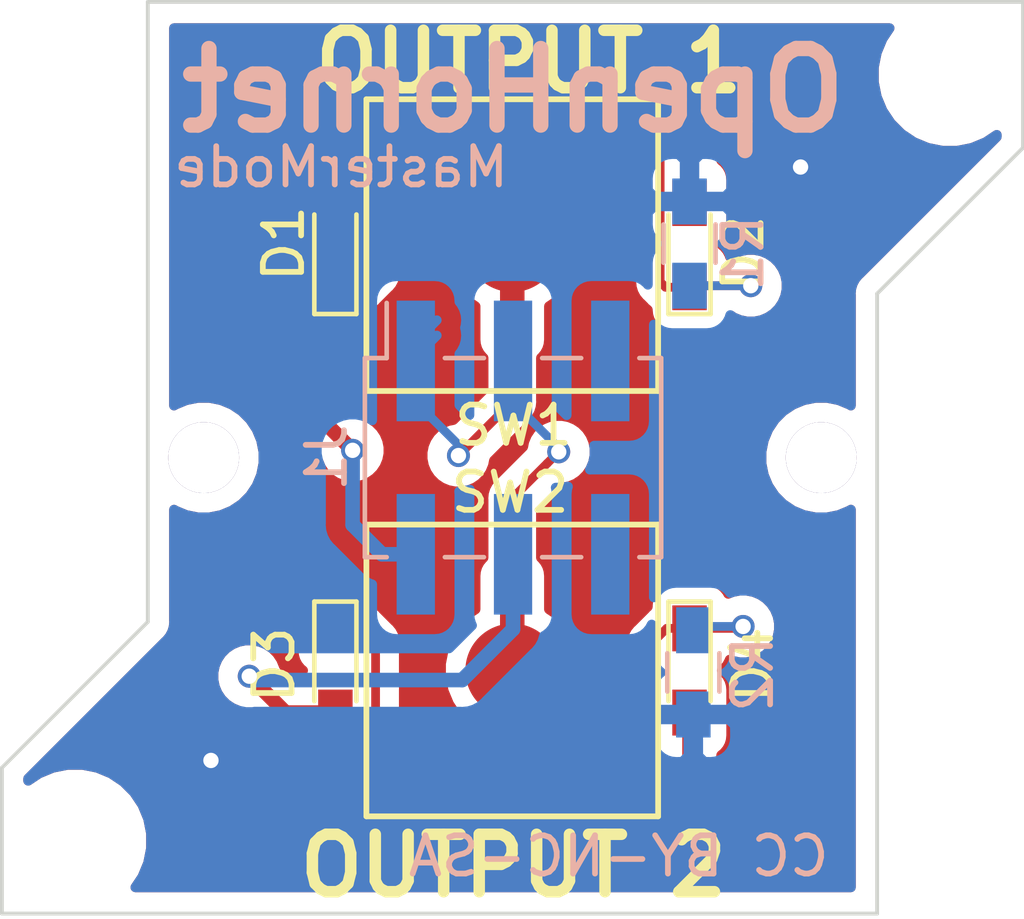
<source format=kicad_pcb>
(kicad_pcb (version 20171130) (host pcbnew "(5.1.4-0-10_14)")

  (general
    (thickness 1.6)
    (drawings 13)
    (tracks 75)
    (zones 0)
    (modules 15)
    (nets 8)
  )

  (page A4)
  (layers
    (0 F.Cu signal hide)
    (31 B.Cu signal hide)
    (32 B.Adhes user)
    (33 F.Adhes user)
    (34 B.Paste user)
    (35 F.Paste user)
    (36 B.SilkS user)
    (37 F.SilkS user)
    (38 B.Mask user hide)
    (39 F.Mask user hide)
    (40 Dwgs.User user)
    (41 Cmts.User user)
    (42 Eco1.User user)
    (43 Eco2.User user)
    (44 Edge.Cuts user)
    (45 Margin user)
    (46 B.CrtYd user hide)
    (47 F.CrtYd user hide)
    (48 B.Fab user hide)
    (49 F.Fab user hide)
  )

  (setup
    (last_trace_width 0.2286)
    (trace_clearance 0.1778)
    (zone_clearance 0.508)
    (zone_45_only no)
    (trace_min 0.2)
    (via_size 0.6)
    (via_drill 0.4)
    (via_min_size 0.4)
    (via_min_drill 0.3)
    (uvia_size 0.3)
    (uvia_drill 0.1)
    (uvias_allowed no)
    (uvia_min_size 0.2)
    (uvia_min_drill 0.1)
    (edge_width 0.15)
    (segment_width 0.2)
    (pcb_text_width 0.3)
    (pcb_text_size 1.5 1.5)
    (mod_edge_width 0.15)
    (mod_text_size 1 1)
    (mod_text_width 0.15)
    (pad_size 0.6 0.6)
    (pad_drill 0.4)
    (pad_to_mask_clearance 0.2)
    (aux_axis_origin 144.74648 106.74748)
    (grid_origin 144.74648 106.74748)
    (visible_elements 7FFFF7FF)
    (pcbplotparams
      (layerselection 0x010f0_ffffffff)
      (usegerberextensions false)
      (usegerberattributes false)
      (usegerberadvancedattributes false)
      (creategerberjobfile false)
      (excludeedgelayer true)
      (linewidth 0.100000)
      (plotframeref false)
      (viasonmask false)
      (mode 1)
      (useauxorigin false)
      (hpglpennumber 1)
      (hpglpenspeed 20)
      (hpglpendiameter 15.000000)
      (psnegative false)
      (psa4output false)
      (plotreference true)
      (plotvalue true)
      (plotinvisibletext false)
      (padsonsilk false)
      (subtractmaskfromsilk false)
      (outputformat 1)
      (mirror false)
      (drillshape 0)
      (scaleselection 1)
      (outputdirectory "manufacturing/"))
  )

  (net 0 "")
  (net 1 "Net-(D1-Pad1)")
  (net 2 /backlight_1)
  (net 3 /backlight_2)
  (net 4 GND)
  (net 5 "Net-(D3-Pad1)")
  (net 6 /switch1)
  (net 7 /switch2)

  (net_class Default "This is the default net class."
    (clearance 0.1778)
    (trace_width 0.2286)
    (via_dia 0.6)
    (via_drill 0.4)
    (uvia_dia 0.3)
    (uvia_drill 0.1)
    (add_net /switch1)
    (add_net /switch2)
    (add_net GND)
    (add_net "Net-(D1-Pad1)")
    (add_net "Net-(D3-Pad1)")
  )

  (net_class power ""
    (clearance 0.2032)
    (trace_width 0.381)
    (via_dia 0.6)
    (via_drill 0.4)
    (uvia_dia 0.3)
    (uvia_drill 0.1)
    (add_net /backlight_1)
    (add_net /backlight_2)
  )

  (module "KiCAD Libraries:via0.6" (layer F.Cu) (tedit 5A9A18B4) (tstamp 5A9A1888)
    (at 127.34648 102.74748)
    (fp_text reference REF** (at 0 0.5) (layer F.SilkS) hide
      (effects (font (size 1 1) (thickness 0.15)))
    )
    (fp_text value via0.6 (at 0 -0.5) (layer F.Fab) hide
      (effects (font (size 1 1) (thickness 0.15)))
    )
    (pad 1 thru_hole circle (at 0 0) (size 0.6 0.6) (drill 0.4) (layers *.Cu)
      (net 4 GND) (zone_connect 2))
  )

  (module Mouting_Hole_1.85mm locked (layer F.Cu) (tedit 5A7BD47A) (tstamp 5A7BD50C)
    (at 127.15648 94.83748 180)
    (fp_text reference REF** (at 0.54 1.88 180) (layer F.SilkS) hide
      (effects (font (size 1 1) (thickness 0.15)))
    )
    (fp_text value Mouting_Hole_1.85mm (at 0.32 1.73 180) (layer F.Fab) hide
      (effects (font (size 1 1) (thickness 0.15)))
    )
    (pad 1 thru_hole circle (at 0 0 180) (size 1.85 1.85) (drill 1.85) (layers *.Cu)
      (clearance 0.5) (zone_connect 0))
  )

  (module Mouting_Hole_1.85mm locked (layer F.Cu) (tedit 5A7BD47A) (tstamp 5A7BD4C0)
    (at 143.28648 94.83748 180)
    (fp_text reference REF** (at 0.54 1.88 180) (layer F.SilkS) hide
      (effects (font (size 1 1) (thickness 0.15)))
    )
    (fp_text value Mouting_Hole_1.85mm (at 0.32 1.73 180) (layer F.Fab) hide
      (effects (font (size 1 1) (thickness 0.15)))
    )
    (pad 1 thru_hole circle (at 0 0 180) (size 1.85 1.85) (drill 1.85) (layers *.Cu)
      (clearance 0.5) (zone_connect 0))
  )

  (module LEDs:LED_0603_HandSoldering (layer F.Cu) (tedit 595FC9C0) (tstamp 5A7BF9C2)
    (at 130.59648 89.28748 90)
    (descr "LED SMD 0603, hand soldering")
    (tags "LED 0603")
    (path /5A7BDB8B)
    (attr smd)
    (fp_text reference D1 (at 0.04 -1.35 90) (layer F.SilkS)
      (effects (font (size 1 1) (thickness 0.15)))
    )
    (fp_text value LED (at 0 1.55 90) (layer F.Fab)
      (effects (font (size 1 1) (thickness 0.15)))
    )
    (fp_line (start -1.8 -0.55) (end -1.8 0.55) (layer F.SilkS) (width 0.12))
    (fp_line (start -0.2 -0.2) (end -0.2 0.2) (layer F.Fab) (width 0.1))
    (fp_line (start -0.15 0) (end 0.15 -0.2) (layer F.Fab) (width 0.1))
    (fp_line (start 0.15 0.2) (end -0.15 0) (layer F.Fab) (width 0.1))
    (fp_line (start 0.15 -0.2) (end 0.15 0.2) (layer F.Fab) (width 0.1))
    (fp_line (start 0.8 0.4) (end -0.8 0.4) (layer F.Fab) (width 0.1))
    (fp_line (start 0.8 -0.4) (end 0.8 0.4) (layer F.Fab) (width 0.1))
    (fp_line (start -0.8 -0.4) (end 0.8 -0.4) (layer F.Fab) (width 0.1))
    (fp_line (start -1.8 0.55) (end 0.8 0.55) (layer F.SilkS) (width 0.12))
    (fp_line (start -1.8 -0.55) (end 0.8 -0.55) (layer F.SilkS) (width 0.12))
    (fp_line (start -1.96 -0.7) (end 1.95 -0.7) (layer F.CrtYd) (width 0.05))
    (fp_line (start -1.96 -0.7) (end -1.96 0.7) (layer F.CrtYd) (width 0.05))
    (fp_line (start 1.95 0.7) (end 1.95 -0.7) (layer F.CrtYd) (width 0.05))
    (fp_line (start 1.95 0.7) (end -1.96 0.7) (layer F.CrtYd) (width 0.05))
    (fp_line (start -0.8 -0.4) (end -0.8 0.4) (layer F.Fab) (width 0.1))
    (pad 1 smd rect (at -1.1 0 90) (size 1.2 0.9) (layers F.Cu F.Paste F.Mask)
      (net 1 "Net-(D1-Pad1)"))
    (pad 2 smd rect (at 1.1 0 90) (size 1.2 0.9) (layers F.Cu F.Paste F.Mask)
      (net 2 /backlight_1))
    (model ${KISYS3DMOD}/LEDs.3dshapes/LED_0603.wrl
      (at (xyz 0 0 0))
      (scale (xyz 1 1 1))
      (rotate (xyz 0 0 180))
    )
  )

  (module LEDs:LED_0603_HandSoldering (layer F.Cu) (tedit 595FC9C0) (tstamp 5A7BF9D7)
    (at 139.84648 89.28748 90)
    (descr "LED SMD 0603, hand soldering")
    (tags "LED 0603")
    (path /5A7BDE34)
    (attr smd)
    (fp_text reference D2 (at -0.21 1.4 90) (layer F.SilkS)
      (effects (font (size 1 1) (thickness 0.15)))
    )
    (fp_text value LED (at 0 1.55 90) (layer F.Fab)
      (effects (font (size 1 1) (thickness 0.15)))
    )
    (fp_line (start -1.8 -0.55) (end -1.8 0.55) (layer F.SilkS) (width 0.12))
    (fp_line (start -0.2 -0.2) (end -0.2 0.2) (layer F.Fab) (width 0.1))
    (fp_line (start -0.15 0) (end 0.15 -0.2) (layer F.Fab) (width 0.1))
    (fp_line (start 0.15 0.2) (end -0.15 0) (layer F.Fab) (width 0.1))
    (fp_line (start 0.15 -0.2) (end 0.15 0.2) (layer F.Fab) (width 0.1))
    (fp_line (start 0.8 0.4) (end -0.8 0.4) (layer F.Fab) (width 0.1))
    (fp_line (start 0.8 -0.4) (end 0.8 0.4) (layer F.Fab) (width 0.1))
    (fp_line (start -0.8 -0.4) (end 0.8 -0.4) (layer F.Fab) (width 0.1))
    (fp_line (start -1.8 0.55) (end 0.8 0.55) (layer F.SilkS) (width 0.12))
    (fp_line (start -1.8 -0.55) (end 0.8 -0.55) (layer F.SilkS) (width 0.12))
    (fp_line (start -1.96 -0.7) (end 1.95 -0.7) (layer F.CrtYd) (width 0.05))
    (fp_line (start -1.96 -0.7) (end -1.96 0.7) (layer F.CrtYd) (width 0.05))
    (fp_line (start 1.95 0.7) (end 1.95 -0.7) (layer F.CrtYd) (width 0.05))
    (fp_line (start 1.95 0.7) (end -1.96 0.7) (layer F.CrtYd) (width 0.05))
    (fp_line (start -0.8 -0.4) (end -0.8 0.4) (layer F.Fab) (width 0.1))
    (pad 1 smd rect (at -1.1 0 90) (size 1.2 0.9) (layers F.Cu F.Paste F.Mask)
      (net 1 "Net-(D1-Pad1)"))
    (pad 2 smd rect (at 1.1 0 90) (size 1.2 0.9) (layers F.Cu F.Paste F.Mask)
      (net 2 /backlight_1))
    (model ${KISYS3DMOD}/LEDs.3dshapes/LED_0603.wrl
      (at (xyz 0 0 0))
      (scale (xyz 1 1 1))
      (rotate (xyz 0 0 180))
    )
  )

  (module LEDs:LED_0603_HandSoldering (layer F.Cu) (tedit 595FC9C0) (tstamp 5A7BF9EC)
    (at 130.59648 100.39748 270)
    (descr "LED SMD 0603, hand soldering")
    (tags "LED 0603")
    (path /5A7BDE66)
    (attr smd)
    (fp_text reference D3 (at -0.15 1.6 270) (layer F.SilkS)
      (effects (font (size 1 1) (thickness 0.15)))
    )
    (fp_text value LED (at 0 1.55 270) (layer F.Fab)
      (effects (font (size 1 1) (thickness 0.15)))
    )
    (fp_line (start -1.8 -0.55) (end -1.8 0.55) (layer F.SilkS) (width 0.12))
    (fp_line (start -0.2 -0.2) (end -0.2 0.2) (layer F.Fab) (width 0.1))
    (fp_line (start -0.15 0) (end 0.15 -0.2) (layer F.Fab) (width 0.1))
    (fp_line (start 0.15 0.2) (end -0.15 0) (layer F.Fab) (width 0.1))
    (fp_line (start 0.15 -0.2) (end 0.15 0.2) (layer F.Fab) (width 0.1))
    (fp_line (start 0.8 0.4) (end -0.8 0.4) (layer F.Fab) (width 0.1))
    (fp_line (start 0.8 -0.4) (end 0.8 0.4) (layer F.Fab) (width 0.1))
    (fp_line (start -0.8 -0.4) (end 0.8 -0.4) (layer F.Fab) (width 0.1))
    (fp_line (start -1.8 0.55) (end 0.8 0.55) (layer F.SilkS) (width 0.12))
    (fp_line (start -1.8 -0.55) (end 0.8 -0.55) (layer F.SilkS) (width 0.12))
    (fp_line (start -1.96 -0.7) (end 1.95 -0.7) (layer F.CrtYd) (width 0.05))
    (fp_line (start -1.96 -0.7) (end -1.96 0.7) (layer F.CrtYd) (width 0.05))
    (fp_line (start 1.95 0.7) (end 1.95 -0.7) (layer F.CrtYd) (width 0.05))
    (fp_line (start 1.95 0.7) (end -1.96 0.7) (layer F.CrtYd) (width 0.05))
    (fp_line (start -0.8 -0.4) (end -0.8 0.4) (layer F.Fab) (width 0.1))
    (pad 1 smd rect (at -1.1 0 270) (size 1.2 0.9) (layers F.Cu F.Paste F.Mask)
      (net 5 "Net-(D3-Pad1)"))
    (pad 2 smd rect (at 1.1 0 270) (size 1.2 0.9) (layers F.Cu F.Paste F.Mask)
      (net 3 /backlight_2))
    (model ${KISYS3DMOD}/LEDs.3dshapes/LED_0603.wrl
      (at (xyz 0 0 0))
      (scale (xyz 1 1 1))
      (rotate (xyz 0 0 180))
    )
  )

  (module LEDs:LED_0603_HandSoldering (layer F.Cu) (tedit 595FC9C0) (tstamp 5A7BFA01)
    (at 139.84648 100.39748 270)
    (descr "LED SMD 0603, hand soldering")
    (tags "LED 0603")
    (path /5A7BDE93)
    (attr smd)
    (fp_text reference D4 (at -0.15 -1.65 270) (layer F.SilkS)
      (effects (font (size 1 1) (thickness 0.15)))
    )
    (fp_text value LED (at 0 1.55 270) (layer F.Fab)
      (effects (font (size 1 1) (thickness 0.15)))
    )
    (fp_line (start -1.8 -0.55) (end -1.8 0.55) (layer F.SilkS) (width 0.12))
    (fp_line (start -0.2 -0.2) (end -0.2 0.2) (layer F.Fab) (width 0.1))
    (fp_line (start -0.15 0) (end 0.15 -0.2) (layer F.Fab) (width 0.1))
    (fp_line (start 0.15 0.2) (end -0.15 0) (layer F.Fab) (width 0.1))
    (fp_line (start 0.15 -0.2) (end 0.15 0.2) (layer F.Fab) (width 0.1))
    (fp_line (start 0.8 0.4) (end -0.8 0.4) (layer F.Fab) (width 0.1))
    (fp_line (start 0.8 -0.4) (end 0.8 0.4) (layer F.Fab) (width 0.1))
    (fp_line (start -0.8 -0.4) (end 0.8 -0.4) (layer F.Fab) (width 0.1))
    (fp_line (start -1.8 0.55) (end 0.8 0.55) (layer F.SilkS) (width 0.12))
    (fp_line (start -1.8 -0.55) (end 0.8 -0.55) (layer F.SilkS) (width 0.12))
    (fp_line (start -1.96 -0.7) (end 1.95 -0.7) (layer F.CrtYd) (width 0.05))
    (fp_line (start -1.96 -0.7) (end -1.96 0.7) (layer F.CrtYd) (width 0.05))
    (fp_line (start 1.95 0.7) (end 1.95 -0.7) (layer F.CrtYd) (width 0.05))
    (fp_line (start 1.95 0.7) (end -1.96 0.7) (layer F.CrtYd) (width 0.05))
    (fp_line (start -0.8 -0.4) (end -0.8 0.4) (layer F.Fab) (width 0.1))
    (pad 1 smd rect (at -1.1 0 270) (size 1.2 0.9) (layers F.Cu F.Paste F.Mask)
      (net 5 "Net-(D3-Pad1)"))
    (pad 2 smd rect (at 1.1 0 270) (size 1.2 0.9) (layers F.Cu F.Paste F.Mask)
      (net 3 /backlight_2))
    (model ${KISYS3DMOD}/LEDs.3dshapes/LED_0603.wrl
      (at (xyz 0 0 0))
      (scale (xyz 1 1 1))
      (rotate (xyz 0 0 180))
    )
  )

  (module Resistors_SMD:R_0603_HandSoldering (layer B.Cu) (tedit 58E0A804) (tstamp 5A7BFA39)
    (at 139.84648 89.24748 270)
    (descr "Resistor SMD 0603, hand soldering")
    (tags "resistor 0603")
    (path /5A7F7DA7)
    (attr smd)
    (fp_text reference R1 (at 0.25 -1.4 270) (layer B.SilkS)
      (effects (font (size 1 1) (thickness 0.15)) (justify mirror))
    )
    (fp_text value 68 (at 0 -1.55 270) (layer B.Fab)
      (effects (font (size 1 1) (thickness 0.15)) (justify mirror))
    )
    (fp_text user %R (at 0 0 270) (layer B.Fab)
      (effects (font (size 0.4 0.4) (thickness 0.075)) (justify mirror))
    )
    (fp_line (start -0.8 -0.4) (end -0.8 0.4) (layer B.Fab) (width 0.1))
    (fp_line (start 0.8 -0.4) (end -0.8 -0.4) (layer B.Fab) (width 0.1))
    (fp_line (start 0.8 0.4) (end 0.8 -0.4) (layer B.Fab) (width 0.1))
    (fp_line (start -0.8 0.4) (end 0.8 0.4) (layer B.Fab) (width 0.1))
    (fp_line (start 0.5 -0.68) (end -0.5 -0.68) (layer B.SilkS) (width 0.12))
    (fp_line (start -0.5 0.68) (end 0.5 0.68) (layer B.SilkS) (width 0.12))
    (fp_line (start -1.96 0.7) (end 1.95 0.7) (layer B.CrtYd) (width 0.05))
    (fp_line (start -1.96 0.7) (end -1.96 -0.7) (layer B.CrtYd) (width 0.05))
    (fp_line (start 1.95 -0.7) (end 1.95 0.7) (layer B.CrtYd) (width 0.05))
    (fp_line (start 1.95 -0.7) (end -1.96 -0.7) (layer B.CrtYd) (width 0.05))
    (pad 1 smd rect (at -1.1 0 270) (size 1.2 0.9) (layers B.Cu B.Paste B.Mask)
      (net 4 GND))
    (pad 2 smd rect (at 1.1 0 270) (size 1.2 0.9) (layers B.Cu B.Paste B.Mask)
      (net 1 "Net-(D1-Pad1)"))
    (model ${KISYS3DMOD}/Resistors_SMD.3dshapes/R_0603.wrl
      (at (xyz 0 0 0))
      (scale (xyz 1 1 1))
      (rotate (xyz 0 0 0))
    )
  )

  (module Resistors_SMD:R_0603_HandSoldering (layer B.Cu) (tedit 58E0A804) (tstamp 5A7BFA4A)
    (at 139.94648 100.44748 90)
    (descr "Resistor SMD 0603, hand soldering")
    (tags "resistor 0603")
    (path /5A7BFE48)
    (attr smd)
    (fp_text reference R2 (at -0.05 1.55 90) (layer B.SilkS)
      (effects (font (size 1 1) (thickness 0.15)) (justify mirror))
    )
    (fp_text value 68 (at 0 -1.55 90) (layer B.Fab)
      (effects (font (size 1 1) (thickness 0.15)) (justify mirror))
    )
    (fp_text user %R (at 0 0 90) (layer B.Fab)
      (effects (font (size 0.4 0.4) (thickness 0.075)) (justify mirror))
    )
    (fp_line (start -0.8 -0.4) (end -0.8 0.4) (layer B.Fab) (width 0.1))
    (fp_line (start 0.8 -0.4) (end -0.8 -0.4) (layer B.Fab) (width 0.1))
    (fp_line (start 0.8 0.4) (end 0.8 -0.4) (layer B.Fab) (width 0.1))
    (fp_line (start -0.8 0.4) (end 0.8 0.4) (layer B.Fab) (width 0.1))
    (fp_line (start 0.5 -0.68) (end -0.5 -0.68) (layer B.SilkS) (width 0.12))
    (fp_line (start -0.5 0.68) (end 0.5 0.68) (layer B.SilkS) (width 0.12))
    (fp_line (start -1.96 0.7) (end 1.95 0.7) (layer B.CrtYd) (width 0.05))
    (fp_line (start -1.96 0.7) (end -1.96 -0.7) (layer B.CrtYd) (width 0.05))
    (fp_line (start 1.95 -0.7) (end 1.95 0.7) (layer B.CrtYd) (width 0.05))
    (fp_line (start 1.95 -0.7) (end -1.96 -0.7) (layer B.CrtYd) (width 0.05))
    (pad 1 smd rect (at -1.1 0 90) (size 1.2 0.9) (layers B.Cu B.Paste B.Mask)
      (net 4 GND))
    (pad 2 smd rect (at 1.1 0 90) (size 1.2 0.9) (layers B.Cu B.Paste B.Mask)
      (net 5 "Net-(D3-Pad1)"))
    (model ${KISYS3DMOD}/Resistors_SMD.3dshapes/R_0603.wrl
      (at (xyz 0 0 0))
      (scale (xyz 1 1 1))
      (rotate (xyz 0 0 0))
    )
  )

  (module "KiCAD Libraries:SWITCH_SNAP_DOME_6.3mm_DIA_SINGLE_SIDE_PCB" locked (layer F.Cu) (tedit 5A2DE5FC) (tstamp 5A7BFA59)
    (at 135.21648 89.28748 270)
    (path /5A7BCF73)
    (zone_connect 2)
    (fp_text reference SW1 (at 4.71 -0.03) (layer F.SilkS)
      (effects (font (size 1 1) (thickness 0.15)))
    )
    (fp_text value push (at -0.2 4.58 270) (layer F.Fab)
      (effects (font (size 1 1) (thickness 0.15)))
    )
    (fp_line (start -3.81 -3.81) (end -3.81 3.81) (layer F.SilkS) (width 0.15))
    (fp_line (start -3.81 3.81) (end 3.81 3.81) (layer F.SilkS) (width 0.15))
    (fp_line (start 3.81 3.81) (end 3.81 -3.81) (layer F.SilkS) (width 0.15))
    (fp_line (start 3.81 -3.81) (end -3.81 -3.81) (layer F.SilkS) (width 0.15))
    (pad 2 smd trapezoid (at 2.15 2.4 90) (size 1 1.09) (rect_delta 0 0.625 ) (layers F.Cu F.Paste F.Mask)
      (net 4 GND) (zone_connect 2))
    (pad 2 smd trapezoid (at -2.15 2.4 90) (size 1 1.09) (rect_delta 0 0.625 ) (layers F.Cu F.Paste F.Mask)
      (net 4 GND) (zone_connect 2))
    (pad 2 smd trapezoid (at 2.15 -2.4 270) (size 1 1.09) (rect_delta 0 0.625 ) (layers F.Cu F.Paste F.Mask)
      (net 4 GND) (zone_connect 2))
    (pad 2 smd rect (at 2.4 1.6 270) (size 1.09 0.608) (layers F.Cu F.Paste F.Mask)
      (net 4 GND) (zone_connect 2))
    (pad 2 smd rect (at 0 -2.415 270) (size 3.92 1.09) (layers F.Cu F.Paste F.Mask)
      (net 4 GND) (zone_connect 2))
    (pad 1 smd circle (at 0 0 270) (size 2.45 2.45) (layers F.Cu F.Paste F.Mask)
      (net 6 /switch1) (zone_connect 2))
    (pad 1 smd rect (at 1.25 0 270) (size 2.45 0.64) (layers F.Cu F.Paste F.Mask)
      (net 6 /switch1) (zone_connect 2))
    (pad 2 smd rect (at 0 2.415 270) (size 3.92 1.09) (layers F.Cu F.Paste F.Mask)
      (net 4 GND) (zone_connect 2))
    (pad 2 smd rect (at -2.415 0 270) (size 1.09 3.92) (layers F.Cu F.Paste F.Mask)
      (net 4 GND) (zone_connect 2))
    (pad 2 smd rect (at 2.4 -1.6 270) (size 1.09 0.608) (layers F.Cu F.Paste F.Mask)
      (net 4 GND) (zone_connect 2))
    (pad 2 smd trapezoid (at -2.15 -2.45 270) (size 1 1.09) (rect_delta 0 0.625 ) (layers F.Cu F.Paste F.Mask)
      (net 4 GND) (zone_connect 2))
  )

  (module "KiCAD Libraries:SWITCH_SNAP_DOME_6.3mm_DIA_SINGLE_SIDE_PCB" locked (layer F.Cu) (tedit 5A2DE5FC) (tstamp 5A9A0E10)
    (at 135.21648 100.39748 90)
    (path /5A8A41DA)
    (zone_connect 2)
    (fp_text reference SW2 (at 4.65 -0.056 180) (layer F.SilkS)
      (effects (font (size 1 1) (thickness 0.15)))
    )
    (fp_text value push (at -0.2 4.58 90) (layer F.Fab)
      (effects (font (size 1 1) (thickness 0.15)))
    )
    (fp_line (start -3.81 -3.81) (end -3.81 3.81) (layer F.SilkS) (width 0.15))
    (fp_line (start -3.81 3.81) (end 3.81 3.81) (layer F.SilkS) (width 0.15))
    (fp_line (start 3.81 3.81) (end 3.81 -3.81) (layer F.SilkS) (width 0.15))
    (fp_line (start 3.81 -3.81) (end -3.81 -3.81) (layer F.SilkS) (width 0.15))
    (pad 2 smd trapezoid (at 2.15 2.4 270) (size 1 1.09) (rect_delta 0 0.625 ) (layers F.Cu F.Paste F.Mask)
      (net 4 GND) (zone_connect 2))
    (pad 2 smd trapezoid (at -2.15 2.4 270) (size 1 1.09) (rect_delta 0 0.625 ) (layers F.Cu F.Paste F.Mask)
      (net 4 GND) (zone_connect 2))
    (pad 2 smd trapezoid (at 2.15 -2.4 90) (size 1 1.09) (rect_delta 0 0.625 ) (layers F.Cu F.Paste F.Mask)
      (net 4 GND) (zone_connect 2))
    (pad 2 smd rect (at 2.4 1.6 90) (size 1.09 0.608) (layers F.Cu F.Paste F.Mask)
      (net 4 GND) (zone_connect 2))
    (pad 2 smd rect (at 0 -2.415 90) (size 3.92 1.09) (layers F.Cu F.Paste F.Mask)
      (net 4 GND) (zone_connect 2))
    (pad 1 smd circle (at 0 0 90) (size 2.45 2.45) (layers F.Cu F.Paste F.Mask)
      (net 7 /switch2) (zone_connect 2))
    (pad 1 smd rect (at 1.25 0 90) (size 2.45 0.64) (layers F.Cu F.Paste F.Mask)
      (net 7 /switch2) (zone_connect 2))
    (pad 2 smd rect (at 0 2.415 90) (size 3.92 1.09) (layers F.Cu F.Paste F.Mask)
      (net 4 GND) (zone_connect 2))
    (pad 2 smd rect (at -2.415 0 90) (size 1.09 3.92) (layers F.Cu F.Paste F.Mask)
      (net 4 GND) (zone_connect 2))
    (pad 2 smd rect (at 2.4 -1.6 90) (size 1.09 0.608) (layers F.Cu F.Paste F.Mask)
      (net 4 GND) (zone_connect 2))
    (pad 2 smd trapezoid (at -2.15 -2.45 90) (size 1 1.09) (rect_delta 0 0.625 ) (layers F.Cu F.Paste F.Mask)
      (net 4 GND) (zone_connect 2))
  )

  (module Pin_Headers:Pin_Header_Straight_2x03_Pitch2.54mm_SMD (layer B.Cu) (tedit 59650532) (tstamp 5A7BFA28)
    (at 135.23648 94.83748 270)
    (descr "surface-mounted straight pin header, 2x03, 2.54mm pitch, double rows")
    (tags "Surface mounted pin header SMD 2x03 2.54mm double row")
    (path /5A7BCE91)
    (attr smd)
    (fp_text reference J1 (at 0 4.87 270) (layer B.SilkS)
      (effects (font (size 1 1) (thickness 0.15)) (justify mirror))
    )
    (fp_text value Conn_02x03 (at 0 -4.87 270) (layer B.Fab)
      (effects (font (size 1 1) (thickness 0.15)) (justify mirror))
    )
    (fp_line (start 2.54 -3.81) (end -2.54 -3.81) (layer B.Fab) (width 0.1))
    (fp_line (start -1.59 3.81) (end 2.54 3.81) (layer B.Fab) (width 0.1))
    (fp_line (start -2.54 -3.81) (end -2.54 2.86) (layer B.Fab) (width 0.1))
    (fp_line (start -2.54 2.86) (end -1.59 3.81) (layer B.Fab) (width 0.1))
    (fp_line (start 2.54 3.81) (end 2.54 -3.81) (layer B.Fab) (width 0.1))
    (fp_line (start -2.54 2.86) (end -3.6 2.86) (layer B.Fab) (width 0.1))
    (fp_line (start -3.6 2.86) (end -3.6 2.22) (layer B.Fab) (width 0.1))
    (fp_line (start -3.6 2.22) (end -2.54 2.22) (layer B.Fab) (width 0.1))
    (fp_line (start 2.54 2.86) (end 3.6 2.86) (layer B.Fab) (width 0.1))
    (fp_line (start 3.6 2.86) (end 3.6 2.22) (layer B.Fab) (width 0.1))
    (fp_line (start 3.6 2.22) (end 2.54 2.22) (layer B.Fab) (width 0.1))
    (fp_line (start -2.54 0.32) (end -3.6 0.32) (layer B.Fab) (width 0.1))
    (fp_line (start -3.6 0.32) (end -3.6 -0.32) (layer B.Fab) (width 0.1))
    (fp_line (start -3.6 -0.32) (end -2.54 -0.32) (layer B.Fab) (width 0.1))
    (fp_line (start 2.54 0.32) (end 3.6 0.32) (layer B.Fab) (width 0.1))
    (fp_line (start 3.6 0.32) (end 3.6 -0.32) (layer B.Fab) (width 0.1))
    (fp_line (start 3.6 -0.32) (end 2.54 -0.32) (layer B.Fab) (width 0.1))
    (fp_line (start -2.54 -2.22) (end -3.6 -2.22) (layer B.Fab) (width 0.1))
    (fp_line (start -3.6 -2.22) (end -3.6 -2.86) (layer B.Fab) (width 0.1))
    (fp_line (start -3.6 -2.86) (end -2.54 -2.86) (layer B.Fab) (width 0.1))
    (fp_line (start 2.54 -2.22) (end 3.6 -2.22) (layer B.Fab) (width 0.1))
    (fp_line (start 3.6 -2.22) (end 3.6 -2.86) (layer B.Fab) (width 0.1))
    (fp_line (start 3.6 -2.86) (end 2.54 -2.86) (layer B.Fab) (width 0.1))
    (fp_line (start -2.6 3.87) (end 2.6 3.87) (layer B.SilkS) (width 0.12))
    (fp_line (start -2.6 -3.87) (end 2.6 -3.87) (layer B.SilkS) (width 0.12))
    (fp_line (start -4.04 3.3) (end -2.6 3.3) (layer B.SilkS) (width 0.12))
    (fp_line (start -2.6 3.87) (end -2.6 3.3) (layer B.SilkS) (width 0.12))
    (fp_line (start 2.6 3.87) (end 2.6 3.3) (layer B.SilkS) (width 0.12))
    (fp_line (start -2.6 -3.3) (end -2.6 -3.87) (layer B.SilkS) (width 0.12))
    (fp_line (start 2.6 -3.3) (end 2.6 -3.87) (layer B.SilkS) (width 0.12))
    (fp_line (start -2.6 1.78) (end -2.6 0.76) (layer B.SilkS) (width 0.12))
    (fp_line (start 2.6 1.78) (end 2.6 0.76) (layer B.SilkS) (width 0.12))
    (fp_line (start -2.6 -0.76) (end -2.6 -1.78) (layer B.SilkS) (width 0.12))
    (fp_line (start 2.6 -0.76) (end 2.6 -1.78) (layer B.SilkS) (width 0.12))
    (fp_line (start -5.9 4.35) (end -5.9 -4.35) (layer B.CrtYd) (width 0.05))
    (fp_line (start -5.9 -4.35) (end 5.9 -4.35) (layer B.CrtYd) (width 0.05))
    (fp_line (start 5.9 -4.35) (end 5.9 4.35) (layer B.CrtYd) (width 0.05))
    (fp_line (start 5.9 4.35) (end -5.9 4.35) (layer B.CrtYd) (width 0.05))
    (fp_text user %R (at 0 0 180) (layer B.Fab)
      (effects (font (size 1 1) (thickness 0.15)) (justify mirror))
    )
    (pad 1 smd rect (at -2.525 2.54 270) (size 3.15 1) (layers B.Cu B.Paste B.Mask)
      (net 6 /switch1))
    (pad 2 smd rect (at 2.525 2.54 270) (size 3.15 1) (layers B.Cu B.Paste B.Mask)
      (net 2 /backlight_1))
    (pad 3 smd rect (at -2.525 0 270) (size 3.15 1) (layers B.Cu B.Paste B.Mask)
      (net 7 /switch2))
    (pad 4 smd rect (at 2.525 0 270) (size 3.15 1) (layers B.Cu B.Paste B.Mask)
      (net 3 /backlight_2))
    (pad 5 smd rect (at -2.525 -2.54 270) (size 3.15 1) (layers B.Cu B.Paste B.Mask))
    (pad 6 smd rect (at 2.525 -2.54 270) (size 3.15 1) (layers B.Cu B.Paste B.Mask))
    (model ${KISYS3DMOD}/Pin_Headers.3dshapes/Pin_Header_Straight_2x03_Pitch2.54mm_SMD.wrl
      (at (xyz 0 0 0))
      (scale (xyz 1 1 1))
      (rotate (xyz 0 0 0))
    )
  )

  (module Mounting_Holes:MountingHole_2.7mm_M2.5_ISO14580 locked (layer F.Cu) (tedit 56D1B4CB) (tstamp 5A7BD683)
    (at 146.64648 84.83748 180)
    (descr "Mounting Hole 2.7mm, no annular, M2.5, ISO14580")
    (tags "mounting hole 2.7mm no annular m2.5 iso14580")
    (attr virtual)
    (fp_text reference REF** (at 0 -3.25 180) (layer F.SilkS) hide
      (effects (font (size 1 1) (thickness 0.15)))
    )
    (fp_text value Mouting_Hole_2.71mm (at 0 3.25 180) (layer F.Fab)
      (effects (font (size 1 1) (thickness 0.15)))
    )
    (fp_text user %R (at 0.3 0 180) (layer F.Fab)
      (effects (font (size 1 1) (thickness 0.15)))
    )
    (fp_circle (center 0 0) (end 2.25 0) (layer Cmts.User) (width 0.15))
    (fp_circle (center 0 0) (end 2.5 0) (layer F.CrtYd) (width 0.05))
    (pad 1 np_thru_hole circle (at 0 0 180) (size 2.7 2.7) (drill 2.7) (layers *.Cu *.Mask))
  )

  (module Mounting_Holes:MountingHole_2.7mm_M2.5_ISO14580 locked (layer F.Cu) (tedit 56D1B4CB) (tstamp 5A7BD75D)
    (at 123.79648 104.84748 180)
    (descr "Mounting Hole 2.7mm, no annular, M2.5, ISO14580")
    (tags "mounting hole 2.7mm no annular m2.5 iso14580")
    (attr virtual)
    (fp_text reference REF** (at 0 -3.25 180) (layer F.SilkS) hide
      (effects (font (size 1 1) (thickness 0.15)))
    )
    (fp_text value Mouting_Hole_2.71mm (at 0 3.25 180) (layer F.Fab)
      (effects (font (size 1 1) (thickness 0.15)))
    )
    (fp_text user %R (at 0.3 0 180) (layer F.Fab)
      (effects (font (size 1 1) (thickness 0.15)))
    )
    (fp_circle (center 0 0) (end 2.25 0) (layer Cmts.User) (width 0.15))
    (fp_circle (center 0 0) (end 2.5 0) (layer F.CrtYd) (width 0.05))
    (pad 1 np_thru_hole circle (at 0 0 180) (size 2.7 2.7) (drill 2.7) (layers *.Cu *.Mask))
  )

  (module "KiCAD Libraries:via0.6" (layer F.Cu) (tedit 5A9A18BC) (tstamp 5A9A1882)
    (at 142.74648 87.24748)
    (fp_text reference REF** (at 0 0.5) (layer F.SilkS) hide
      (effects (font (size 1 1) (thickness 0.15)))
    )
    (fp_text value via0.6 (at 0 -0.5) (layer F.Fab) hide
      (effects (font (size 1 1) (thickness 0.15)))
    )
    (pad 1 thru_hole circle (at 0 0) (size 0.6 0.6) (drill 0.4) (layers *.Cu)
      (net 4 GND) (zone_connect 2))
  )

  (gr_text "CC BY-NC-SA" (at 137.99648 105.24748) (layer B.SilkS) (tstamp 5DBC37D0)
    (effects (font (size 1 1) (thickness 0.15)) (justify mirror))
  )
  (gr_text MasterMode (at 130.74648 87.24748) (layer B.SilkS)
    (effects (font (size 1 1) (thickness 0.15)) (justify mirror))
  )
  (gr_text OpenHornet (at 135.24648 85.24748) (layer B.SilkS)
    (effects (font (size 2 2) (thickness 0.4)) (justify mirror))
  )
  (gr_line (start 144.74648 90.55498) (end 148.55648 86.74498) (layer Edge.Cuts) (width 0.1))
  (gr_line (start 144.74648 106.74748) (end 121.88648 106.74748) (layer Edge.Cuts) (width 0.1))
  (gr_line (start 121.88648 106.74748) (end 121.88648 102.93748) (layer Edge.Cuts) (width 0.1))
  (gr_line (start 144.74648 90.55498) (end 144.74648 106.74748) (layer Edge.Cuts) (width 0.1))
  (gr_line (start 125.69648 99.12748) (end 125.69648 82.93498) (layer Edge.Cuts) (width 0.1))
  (gr_line (start 125.69648 82.93498) (end 148.55648 82.93498) (layer Edge.Cuts) (width 0.1))
  (gr_line (start 125.69648 99.12748) (end 121.88648 102.93748) (layer Edge.Cuts) (width 0.1))
  (gr_line (start 148.55648 82.93498) (end 148.55648 86.74498) (layer Edge.Cuts) (width 0.1))
  (gr_text "OUTPUT 2" (at 135.24648 105.49748) (layer F.SilkS)
    (effects (font (size 1.5 1.5) (thickness 0.3)))
  )
  (gr_text "OUTPUT 1" (at 135.64648 84.49748) (layer F.SilkS)
    (effects (font (size 1.5 1.5) (thickness 0.3)))
  )

  (segment (start 130.59648 90.38748) (end 131.27508 90.38748) (width 0.2286) (layer F.Cu) (net 1))
  (segment (start 131.27508 90.38748) (end 131.64648 90.01608) (width 0.2286) (layer F.Cu) (net 1))
  (segment (start 131.64648 90.01608) (end 131.64648 86.937) (width 0.2286) (layer F.Cu) (net 1))
  (segment (start 139.078979 86.892121) (end 139.078979 90.246204) (width 0.2286) (layer F.Cu) (net 1))
  (segment (start 139.220255 90.38748) (end 139.84648 90.38748) (width 0.2286) (layer F.Cu) (net 1))
  (segment (start 131.64648 86.937) (end 132.993828 85.589652) (width 0.2286) (layer F.Cu) (net 1))
  (segment (start 132.993828 85.589652) (end 137.77651 85.589652) (width 0.2286) (layer F.Cu) (net 1))
  (segment (start 139.078979 90.246204) (end 139.220255 90.38748) (width 0.2286) (layer F.Cu) (net 1))
  (segment (start 137.77651 85.589652) (end 139.078979 86.892121) (width 0.2286) (layer F.Cu) (net 1))
  (segment (start 141.44648 90.34748) (end 139.88648 90.34748) (width 0.2286) (layer F.Cu) (net 1))
  (segment (start 139.88648 90.34748) (end 139.84648 90.38748) (width 0.2286) (layer F.Cu) (net 1))
  (segment (start 139.84648 90.34748) (end 141.44648 90.34748) (width 0.2286) (layer B.Cu) (net 1))
  (via (at 141.44648 90.34748) (size 0.6) (drill 0.4) (layers F.Cu B.Cu) (net 1))
  (segment (start 130.59648 88.18748) (end 130.59648 86.83261) (width 0.381) (layer F.Cu) (net 2))
  (segment (start 130.59648 86.83261) (end 132.58962 84.83947) (width 0.381) (layer F.Cu) (net 2))
  (segment (start 132.58962 84.83947) (end 137.956906 84.83947) (width 0.381) (layer F.Cu) (net 2))
  (segment (start 139.84648 86.729044) (end 139.84648 87.20648) (width 0.381) (layer F.Cu) (net 2))
  (segment (start 137.956906 84.83947) (end 139.84648 86.729044) (width 0.381) (layer F.Cu) (net 2))
  (segment (start 139.84648 87.20648) (end 139.84648 88.18748) (width 0.381) (layer F.Cu) (net 2))
  (segment (start 131.04648 94.64748) (end 131.04648 96.59348) (width 0.381) (layer B.Cu) (net 2))
  (segment (start 131.04648 96.59348) (end 131.81548 97.36248) (width 0.381) (layer B.Cu) (net 2))
  (segment (start 131.81548 97.36248) (end 132.69648 97.36248) (width 0.381) (layer B.Cu) (net 2))
  (segment (start 129.54648 88.40648) (end 129.54648 93.14748) (width 0.381) (layer F.Cu) (net 2))
  (segment (start 129.54648 93.14748) (end 131.04648 94.64748) (width 0.381) (layer F.Cu) (net 2))
  (via (at 131.04648 94.64748) (size 0.6) (drill 0.4) (layers F.Cu B.Cu) (net 2))
  (segment (start 130.59648 88.18748) (end 129.76548 88.18748) (width 0.381) (layer F.Cu) (net 2))
  (segment (start 129.76548 88.18748) (end 129.54648 88.40648) (width 0.381) (layer F.Cu) (net 2))
  (segment (start 139.84648 88.18748) (end 139.84648 88.03748) (width 0.2286) (layer F.Cu) (net 2))
  (segment (start 130.59648 88.03748) (end 130.59648 88.18748) (width 0.2286) (layer F.Cu) (net 2))
  (segment (start 130.59648 101.49748) (end 129.29648 101.49748) (width 0.381) (layer F.Cu) (net 3))
  (segment (start 129.29648 101.49748) (end 128.34648 100.54748) (width 0.381) (layer F.Cu) (net 3))
  (segment (start 139.84648 101.49748) (end 139.84648 103.24748) (width 0.381) (layer F.Cu) (net 3))
  (segment (start 139.84648 103.24748) (end 138.34648 104.74748) (width 0.381) (layer F.Cu) (net 3))
  (segment (start 130.59648 103.19748) (end 130.59648 101.49748) (width 0.381) (layer F.Cu) (net 3))
  (segment (start 138.34648 104.74748) (end 132.14648 104.74748) (width 0.381) (layer F.Cu) (net 3))
  (segment (start 132.14648 104.74748) (end 130.59648 103.19748) (width 0.381) (layer F.Cu) (net 3))
  (segment (start 133.90748 100.64748) (end 128.44648 100.64748) (width 0.381) (layer B.Cu) (net 3))
  (segment (start 128.44648 100.64748) (end 128.34648 100.54748) (width 0.381) (layer B.Cu) (net 3))
  (via (at 128.34648 100.54748) (size 0.6) (drill 0.4) (layers F.Cu B.Cu) (net 3))
  (segment (start 135.23648 97.36248) (end 135.23648 99.31848) (width 0.381) (layer B.Cu) (net 3))
  (segment (start 135.23648 99.31848) (end 133.90748 100.64748) (width 0.381) (layer B.Cu) (net 3))
  (segment (start 141.24648 99.24748) (end 140.04648 99.24748) (width 0.2286) (layer B.Cu) (net 5))
  (segment (start 140.04648 99.24748) (end 139.94648 99.34748) (width 0.2286) (layer B.Cu) (net 5))
  (segment (start 139.84648 99.29748) (end 141.19648 99.29748) (width 0.2286) (layer F.Cu) (net 5))
  (segment (start 141.19648 99.29748) (end 141.24648 99.24748) (width 0.2286) (layer F.Cu) (net 5))
  (via (at 141.24648 99.24748) (size 0.6) (drill 0.4) (layers F.Cu B.Cu) (net 5))
  (segment (start 130.59648 99.29748) (end 131.27508 99.29748) (width 0.2286) (layer F.Cu) (net 5))
  (segment (start 131.27508 99.29748) (end 131.64648 99.66888) (width 0.2286) (layer F.Cu) (net 5))
  (segment (start 131.64648 99.66888) (end 131.64648 102.84748) (width 0.2286) (layer F.Cu) (net 5))
  (segment (start 138.84648 99.701689) (end 139.250689 99.29748) (width 0.2286) (layer F.Cu) (net 5))
  (segment (start 131.64648 102.84748) (end 132.84648 104.04748) (width 0.2286) (layer F.Cu) (net 5))
  (segment (start 132.84648 104.04748) (end 137.74648 104.04748) (width 0.2286) (layer F.Cu) (net 5))
  (segment (start 137.74648 104.04748) (end 138.84648 102.94748) (width 0.2286) (layer F.Cu) (net 5))
  (segment (start 138.84648 102.94748) (end 138.84648 99.701689) (width 0.2286) (layer F.Cu) (net 5))
  (segment (start 139.250689 99.29748) (end 139.84648 99.29748) (width 0.2286) (layer F.Cu) (net 5))
  (segment (start 134.110819 94.483785) (end 133.81082 94.783784) (width 0.2286) (layer F.Cu) (net 6))
  (segment (start 135.21648 93.378124) (end 134.110819 94.483785) (width 0.2286) (layer F.Cu) (net 6))
  (segment (start 135.21648 90.53748) (end 135.21648 93.378124) (width 0.2286) (layer F.Cu) (net 6))
  (segment (start 133.81082 94.50182) (end 133.81082 94.783784) (width 0.2286) (layer B.Cu) (net 6))
  (segment (start 132.69648 93.38748) (end 133.81082 94.50182) (width 0.2286) (layer B.Cu) (net 6))
  (segment (start 132.69648 92.31248) (end 132.69648 93.38748) (width 0.2286) (layer B.Cu) (net 6))
  (via (at 133.81082 94.783784) (size 0.6) (drill 0.4) (layers F.Cu B.Cu) (net 6))
  (segment (start 135.21648 90.53748) (end 135.21648 89.28748) (width 0.2286) (layer F.Cu) (net 6))
  (segment (start 132.69648 92.31248) (end 132.69648 91.79748) (width 0.25) (layer B.Cu) (net 6))
  (segment (start 132.69648 91.79748) (end 133.24648 91.24748) (width 0.25) (layer B.Cu) (net 6))
  (segment (start 132.69648 92.31248) (end 132.69648 92.19748) (width 0.25) (layer B.Cu) (net 6))
  (segment (start 132.69648 92.19748) (end 133.24648 91.64748) (width 0.25) (layer B.Cu) (net 6))
  (segment (start 136.130179 94.986369) (end 136.430178 94.68637) (width 0.2286) (layer F.Cu) (net 7))
  (segment (start 135.21648 95.900068) (end 136.130179 94.986369) (width 0.2286) (layer F.Cu) (net 7))
  (segment (start 135.21648 99.14748) (end 135.21648 95.900068) (width 0.2286) (layer F.Cu) (net 7))
  (segment (start 136.430178 94.581178) (end 136.430178 94.68637) (width 0.2286) (layer B.Cu) (net 7))
  (segment (start 135.23648 93.38748) (end 136.430178 94.581178) (width 0.2286) (layer B.Cu) (net 7))
  (segment (start 135.23648 92.31248) (end 135.23648 93.38748) (width 0.2286) (layer B.Cu) (net 7))
  (via (at 136.430178 94.68637) (size 0.6) (drill 0.4) (layers F.Cu B.Cu) (net 7))
  (segment (start 135.21648 100.39748) (end 135.21648 99.14748) (width 0.2286) (layer F.Cu) (net 7))

  (zone (net 4) (net_name GND) (layer F.Cu) (tstamp 5DBC3B11) (hatch edge 0.508)
    (connect_pads (clearance 0.508))
    (min_thickness 0.254)
    (fill yes (arc_segments 16) (thermal_gap 0.508) (thermal_bridge_width 0.508))
    (polygon
      (pts
        (xy 117.54648 80.84748) (xy 151.54648 80.84748) (xy 151.54648 108.54748) (xy 117.64648 109.24748)
      )
    )
    (filled_polygon
      (pts
        (xy 144.887395 83.89723) (xy 144.737762 84.258477) (xy 144.66148 84.641975) (xy 144.66148 85.032985) (xy 144.737762 85.416483)
        (xy 144.887395 85.77773) (xy 145.104629 86.102844) (xy 145.381116 86.379331) (xy 145.70623 86.596565) (xy 146.067477 86.746198)
        (xy 146.450975 86.82248) (xy 146.841985 86.82248) (xy 147.225483 86.746198) (xy 147.58673 86.596565) (xy 147.871481 86.406301)
        (xy 147.871481 86.461243) (xy 144.285898 90.046826) (xy 144.259769 90.06827) (xy 144.238326 90.094398) (xy 144.23832 90.094404)
        (xy 144.21799 90.119177) (xy 144.174168 90.172574) (xy 144.110561 90.291575) (xy 144.083274 90.381528) (xy 144.080525 90.390592)
        (xy 144.071392 90.420698) (xy 144.06148 90.521334) (xy 144.06148 90.521341) (xy 144.058167 90.55498) (xy 144.06148 90.588619)
        (xy 144.06148 93.479123) (xy 144.025417 93.455026) (xy 143.741515 93.33743) (xy 143.440127 93.27748) (xy 143.132833 93.27748)
        (xy 142.831445 93.33743) (xy 142.547543 93.455026) (xy 142.292038 93.625749) (xy 142.074749 93.843038) (xy 141.904026 94.098543)
        (xy 141.78643 94.382445) (xy 141.72648 94.683833) (xy 141.72648 94.991127) (xy 141.78643 95.292515) (xy 141.904026 95.576417)
        (xy 142.074749 95.831922) (xy 142.292038 96.049211) (xy 142.547543 96.219934) (xy 142.831445 96.33753) (xy 143.132833 96.39748)
        (xy 143.440127 96.39748) (xy 143.741515 96.33753) (xy 144.025417 96.219934) (xy 144.06148 96.195837) (xy 144.061481 106.06248)
        (xy 125.371983 106.06248) (xy 125.555565 105.78773) (xy 125.705198 105.426483) (xy 125.78148 105.042985) (xy 125.78148 104.651975)
        (xy 125.705198 104.268477) (xy 125.555565 103.90723) (xy 125.338331 103.582116) (xy 125.061844 103.305629) (xy 124.73673 103.088395)
        (xy 124.375483 102.938762) (xy 123.991985 102.86248) (xy 123.600975 102.86248) (xy 123.217477 102.938762) (xy 122.85623 103.088395)
        (xy 122.57148 103.278659) (xy 122.57148 103.221216) (xy 125.337305 100.455391) (xy 127.41148 100.455391) (xy 127.41148 100.639569)
        (xy 127.447412 100.820209) (xy 127.517894 100.990369) (xy 127.620218 101.143508) (xy 127.750452 101.273742) (xy 127.903591 101.376066)
        (xy 128.073751 101.446548) (xy 128.079199 101.447632) (xy 128.684091 102.052525) (xy 128.709939 102.084021) (xy 128.741435 102.109869)
        (xy 128.741438 102.109872) (xy 128.835637 102.187179) (xy 128.97635 102.262392) (xy 128.979046 102.263833) (xy 129.134654 102.311036)
        (xy 129.255927 102.32298) (xy 129.255929 102.32298) (xy 129.29648 102.326974) (xy 129.33703 102.32298) (xy 129.551311 102.32298)
        (xy 129.556978 102.34166) (xy 129.615943 102.451974) (xy 129.695295 102.548665) (xy 129.77098 102.610778) (xy 129.77098 103.156929)
        (xy 129.766986 103.19748) (xy 129.77098 103.23803) (xy 129.77098 103.238032) (xy 129.782924 103.359305) (xy 129.817569 103.473514)
        (xy 129.830127 103.514913) (xy 129.906781 103.658322) (xy 129.929445 103.685938) (xy 130.009939 103.784021) (xy 130.041446 103.809878)
        (xy 131.534086 105.302519) (xy 131.559939 105.334021) (xy 131.624076 105.386657) (xy 131.685637 105.437179) (xy 131.829046 105.513833)
        (xy 131.984654 105.561036) (xy 132.105927 105.57298) (xy 132.105929 105.57298) (xy 132.146479 105.576974) (xy 132.18703 105.57298)
        (xy 138.30593 105.57298) (xy 138.34648 105.576974) (xy 138.38703 105.57298) (xy 138.387033 105.57298) (xy 138.508306 105.561036)
        (xy 138.663914 105.513833) (xy 138.807322 105.437179) (xy 138.933021 105.334021) (xy 138.958878 105.302514) (xy 140.401519 103.859874)
        (xy 140.433021 103.834021) (xy 140.536179 103.708322) (xy 140.612833 103.564914) (xy 140.660036 103.409306) (xy 140.67198 103.288033)
        (xy 140.67198 103.288024) (xy 140.675973 103.247481) (xy 140.67198 103.206938) (xy 140.67198 102.610778) (xy 140.747665 102.548665)
        (xy 140.827017 102.451974) (xy 140.885982 102.34166) (xy 140.922292 102.221962) (xy 140.934552 102.09748) (xy 140.934552 100.89748)
        (xy 140.922292 100.772998) (xy 140.885982 100.6533) (xy 140.827017 100.542986) (xy 140.747665 100.446295) (xy 140.688184 100.39748)
        (xy 140.747665 100.348665) (xy 140.827017 100.251974) (xy 140.885982 100.14166) (xy 140.894462 100.113706) (xy 140.973751 100.146548)
        (xy 141.154391 100.18248) (xy 141.338569 100.18248) (xy 141.519209 100.146548) (xy 141.689369 100.076066) (xy 141.842508 99.973742)
        (xy 141.972742 99.843508) (xy 142.075066 99.690369) (xy 142.145548 99.520209) (xy 142.18148 99.339569) (xy 142.18148 99.155391)
        (xy 142.145548 98.974751) (xy 142.075066 98.804591) (xy 141.972742 98.651452) (xy 141.842508 98.521218) (xy 141.689369 98.418894)
        (xy 141.519209 98.348412) (xy 141.338569 98.31248) (xy 141.154391 98.31248) (xy 140.973751 98.348412) (xy 140.85599 98.39719)
        (xy 140.827017 98.342986) (xy 140.747665 98.246295) (xy 140.650974 98.166943) (xy 140.54066 98.107978) (xy 140.420962 98.071668)
        (xy 140.29648 98.059408) (xy 139.39648 98.059408) (xy 139.271998 98.071668) (xy 139.1523 98.107978) (xy 139.041986 98.166943)
        (xy 138.945295 98.246295) (xy 138.865943 98.342986) (xy 138.806978 98.4533) (xy 138.770668 98.572998) (xy 138.758408 98.69748)
        (xy 138.758408 98.732159) (xy 138.718291 98.765082) (xy 138.694826 98.793674) (xy 138.342669 99.145831) (xy 138.314083 99.169291)
        (xy 138.290623 99.197877) (xy 138.29062 99.19788) (xy 138.220446 99.283386) (xy 138.150868 99.413558) (xy 138.121648 99.509886)
        (xy 138.108023 99.554801) (xy 138.104748 99.588056) (xy 138.093556 99.701689) (xy 138.097181 99.738494) (xy 138.09718 102.63711)
        (xy 137.436111 103.29818) (xy 133.15685 103.29818) (xy 132.39578 102.537111) (xy 132.39578 100.214286) (xy 133.35648 100.214286)
        (xy 133.35648 100.580674) (xy 133.427959 100.940022) (xy 133.568169 101.278521) (xy 133.771723 101.583161) (xy 134.030799 101.842237)
        (xy 134.335439 102.045791) (xy 134.673938 102.186001) (xy 135.033286 102.25748) (xy 135.399674 102.25748) (xy 135.759022 102.186001)
        (xy 136.097521 102.045791) (xy 136.402161 101.842237) (xy 136.661237 101.583161) (xy 136.864791 101.278521) (xy 137.005001 100.940022)
        (xy 137.07648 100.580674) (xy 137.07648 100.214286) (xy 137.005001 99.854938) (xy 136.864791 99.516439) (xy 136.661237 99.211799)
        (xy 136.402161 98.952723) (xy 136.174552 98.800639) (xy 136.174552 97.92248) (xy 136.162292 97.797998) (xy 136.125982 97.6783)
        (xy 136.067017 97.567986) (xy 135.987665 97.471295) (xy 135.96578 97.453335) (xy 135.96578 96.210437) (xy 136.562938 95.61328)
        (xy 136.702907 95.585438) (xy 136.873067 95.514956) (xy 137.026206 95.412632) (xy 137.15644 95.282398) (xy 137.258764 95.129259)
        (xy 137.329246 94.959099) (xy 137.365178 94.778459) (xy 137.365178 94.594281) (xy 137.329246 94.413641) (xy 137.258764 94.243481)
        (xy 137.15644 94.090342) (xy 137.026206 93.960108) (xy 136.873067 93.857784) (xy 136.702907 93.787302) (xy 136.522267 93.75137)
        (xy 136.338089 93.75137) (xy 136.157449 93.787302) (xy 135.987289 93.857784) (xy 135.83415 93.960108) (xy 135.703916 94.090342)
        (xy 135.601592 94.243481) (xy 135.53111 94.413641) (xy 135.503268 94.55361) (xy 134.712669 95.34421) (xy 134.684083 95.36767)
        (xy 134.660623 95.396256) (xy 134.66062 95.396259) (xy 134.590446 95.481765) (xy 134.520868 95.611937) (xy 134.478023 95.753181)
        (xy 134.463556 95.900068) (xy 134.467181 95.936873) (xy 134.467181 97.453334) (xy 134.445295 97.471295) (xy 134.365943 97.567986)
        (xy 134.306978 97.6783) (xy 134.270668 97.797998) (xy 134.258408 97.92248) (xy 134.258408 98.800639) (xy 134.030799 98.952723)
        (xy 133.771723 99.211799) (xy 133.568169 99.516439) (xy 133.427959 99.854938) (xy 133.35648 100.214286) (xy 132.39578 100.214286)
        (xy 132.39578 99.705676) (xy 132.399404 99.66888) (xy 132.39578 99.632084) (xy 132.39578 99.632074) (xy 132.384938 99.521992)
        (xy 132.342092 99.380748) (xy 132.272514 99.250577) (xy 132.178878 99.136482) (xy 132.150287 99.113018) (xy 131.830943 98.793674)
        (xy 131.807478 98.765082) (xy 131.693383 98.671446) (xy 131.681355 98.665017) (xy 131.672292 98.572998) (xy 131.635982 98.4533)
        (xy 131.577017 98.342986) (xy 131.497665 98.246295) (xy 131.400974 98.166943) (xy 131.29066 98.107978) (xy 131.170962 98.071668)
        (xy 131.04648 98.059408) (xy 130.14648 98.059408) (xy 130.021998 98.071668) (xy 129.9023 98.107978) (xy 129.791986 98.166943)
        (xy 129.695295 98.246295) (xy 129.615943 98.342986) (xy 129.556978 98.4533) (xy 129.520668 98.572998) (xy 129.508408 98.69748)
        (xy 129.508408 99.89748) (xy 129.520668 100.021962) (xy 129.556978 100.14166) (xy 129.615943 100.251974) (xy 129.695295 100.348665)
        (xy 129.754776 100.39748) (xy 129.695295 100.446295) (xy 129.615943 100.542986) (xy 129.578838 100.612404) (xy 129.246632 100.280199)
        (xy 129.245548 100.274751) (xy 129.175066 100.104591) (xy 129.072742 99.951452) (xy 128.942508 99.821218) (xy 128.789369 99.718894)
        (xy 128.619209 99.648412) (xy 128.438569 99.61248) (xy 128.254391 99.61248) (xy 128.073751 99.648412) (xy 127.903591 99.718894)
        (xy 127.750452 99.821218) (xy 127.620218 99.951452) (xy 127.517894 100.104591) (xy 127.447412 100.274751) (xy 127.41148 100.455391)
        (xy 125.337305 100.455391) (xy 126.157062 99.635634) (xy 126.18319 99.614191) (xy 126.204634 99.588062) (xy 126.20464 99.588056)
        (xy 126.24768 99.535611) (xy 126.268792 99.509887) (xy 126.320281 99.413557) (xy 126.332399 99.390887) (xy 126.371568 99.261763)
        (xy 126.37786 99.19788) (xy 126.38148 99.161127) (xy 126.38148 99.161119) (xy 126.384793 99.12748) (xy 126.38148 99.093841)
        (xy 126.38148 96.195837) (xy 126.417543 96.219934) (xy 126.701445 96.33753) (xy 127.002833 96.39748) (xy 127.310127 96.39748)
        (xy 127.611515 96.33753) (xy 127.895417 96.219934) (xy 128.150922 96.049211) (xy 128.368211 95.831922) (xy 128.538934 95.576417)
        (xy 128.65653 95.292515) (xy 128.71648 94.991127) (xy 128.71648 94.683833) (xy 128.65653 94.382445) (xy 128.538934 94.098543)
        (xy 128.368211 93.843038) (xy 128.150922 93.625749) (xy 127.895417 93.455026) (xy 127.611515 93.33743) (xy 127.310127 93.27748)
        (xy 127.002833 93.27748) (xy 126.701445 93.33743) (xy 126.417543 93.455026) (xy 126.38148 93.479123) (xy 126.38148 88.40648)
        (xy 128.716986 88.40648) (xy 128.72098 88.447031) (xy 128.720981 93.10692) (xy 128.716986 93.14748) (xy 128.732925 93.309306)
        (xy 128.780127 93.464913) (xy 128.856781 93.608322) (xy 128.904327 93.666256) (xy 128.95994 93.734021) (xy 128.991441 93.759873)
        (xy 130.146328 94.914761) (xy 130.147412 94.920209) (xy 130.217894 95.090369) (xy 130.320218 95.243508) (xy 130.450452 95.373742)
        (xy 130.603591 95.476066) (xy 130.773751 95.546548) (xy 130.954391 95.58248) (xy 131.138569 95.58248) (xy 131.319209 95.546548)
        (xy 131.489369 95.476066) (xy 131.642508 95.373742) (xy 131.772742 95.243508) (xy 131.875066 95.090369) (xy 131.945548 94.920209)
        (xy 131.98148 94.739569) (xy 131.98148 94.691695) (xy 132.87582 94.691695) (xy 132.87582 94.875873) (xy 132.911752 95.056513)
        (xy 132.982234 95.226673) (xy 133.084558 95.379812) (xy 133.214792 95.510046) (xy 133.367931 95.61237) (xy 133.538091 95.682852)
        (xy 133.718731 95.718784) (xy 133.902909 95.718784) (xy 134.083549 95.682852) (xy 134.253709 95.61237) (xy 134.406848 95.510046)
        (xy 134.537082 95.379812) (xy 134.639406 95.226673) (xy 134.709888 95.056513) (xy 134.73773 94.916543) (xy 135.720297 93.933978)
        (xy 135.748878 93.910522) (xy 135.772334 93.881941) (xy 135.772341 93.881934) (xy 135.842514 93.796428) (xy 135.912092 93.666256)
        (xy 135.954938 93.525012) (xy 135.96578 93.41493) (xy 135.96578 93.41492) (xy 135.969404 93.378124) (xy 135.96578 93.341328)
        (xy 135.96578 92.231625) (xy 135.987665 92.213665) (xy 136.067017 92.116974) (xy 136.125982 92.00666) (xy 136.162292 91.886962)
        (xy 136.174552 91.76248) (xy 136.174552 90.884321) (xy 136.402161 90.732237) (xy 136.661237 90.473161) (xy 136.864791 90.168521)
        (xy 137.005001 89.830022) (xy 137.07648 89.470674) (xy 137.07648 89.104286) (xy 137.005001 88.744938) (xy 136.864791 88.406439)
        (xy 136.661237 88.101799) (xy 136.402161 87.842723) (xy 136.097521 87.639169) (xy 135.759022 87.498959) (xy 135.399674 87.42748)
        (xy 135.033286 87.42748) (xy 134.673938 87.498959) (xy 134.335439 87.639169) (xy 134.030799 87.842723) (xy 133.771723 88.101799)
        (xy 133.568169 88.406439) (xy 133.427959 88.744938) (xy 133.35648 89.104286) (xy 133.35648 89.470674) (xy 133.427959 89.830022)
        (xy 133.568169 90.168521) (xy 133.771723 90.473161) (xy 134.030799 90.732237) (xy 134.258408 90.884321) (xy 134.258408 91.76248)
        (xy 134.270668 91.886962) (xy 134.306978 92.00666) (xy 134.365943 92.116974) (xy 134.445295 92.213665) (xy 134.467181 92.231626)
        (xy 134.467181 93.067753) (xy 133.678061 93.856874) (xy 133.538091 93.884716) (xy 133.367931 93.955198) (xy 133.214792 94.057522)
        (xy 133.084558 94.187756) (xy 132.982234 94.340895) (xy 132.911752 94.511055) (xy 132.87582 94.691695) (xy 131.98148 94.691695)
        (xy 131.98148 94.555391) (xy 131.945548 94.374751) (xy 131.875066 94.204591) (xy 131.772742 94.051452) (xy 131.642508 93.921218)
        (xy 131.489369 93.818894) (xy 131.319209 93.748412) (xy 131.313761 93.747328) (xy 130.37198 92.805548) (xy 130.37198 91.625552)
        (xy 131.04648 91.625552) (xy 131.170962 91.613292) (xy 131.29066 91.576982) (xy 131.400974 91.518017) (xy 131.497665 91.438665)
        (xy 131.577017 91.341974) (xy 131.635982 91.23166) (xy 131.672292 91.111962) (xy 131.681355 91.019943) (xy 131.693383 91.013514)
        (xy 131.807478 90.919878) (xy 131.830943 90.891286) (xy 132.150287 90.571942) (xy 132.178878 90.548478) (xy 132.272514 90.434383)
        (xy 132.342092 90.304212) (xy 132.384938 90.162968) (xy 132.39578 90.052886) (xy 132.39578 90.052876) (xy 132.399404 90.01608)
        (xy 132.39578 89.979284) (xy 132.39578 87.247369) (xy 133.304199 86.338952) (xy 137.466141 86.338952) (xy 138.329679 87.202491)
        (xy 138.32968 90.209399) (xy 138.326055 90.246204) (xy 138.32968 90.28301) (xy 138.330524 90.291574) (xy 138.340522 90.393091)
        (xy 138.383367 90.534335) (xy 138.452945 90.664507) (xy 138.523119 90.750013) (xy 138.546582 90.778602) (xy 138.575168 90.802062)
        (xy 138.664392 90.891286) (xy 138.687857 90.919878) (xy 138.758408 90.977778) (xy 138.758408 90.98748) (xy 138.770668 91.111962)
        (xy 138.806978 91.23166) (xy 138.865943 91.341974) (xy 138.945295 91.438665) (xy 139.041986 91.518017) (xy 139.1523 91.576982)
        (xy 139.271998 91.613292) (xy 139.39648 91.625552) (xy 140.29648 91.625552) (xy 140.420962 91.613292) (xy 140.54066 91.576982)
        (xy 140.650974 91.518017) (xy 140.747665 91.438665) (xy 140.827017 91.341974) (xy 140.885982 91.23166) (xy 140.919825 91.120095)
        (xy 141.003591 91.176066) (xy 141.173751 91.246548) (xy 141.354391 91.28248) (xy 141.538569 91.28248) (xy 141.719209 91.246548)
        (xy 141.889369 91.176066) (xy 142.042508 91.073742) (xy 142.172742 90.943508) (xy 142.275066 90.790369) (xy 142.345548 90.620209)
        (xy 142.38148 90.439569) (xy 142.38148 90.255391) (xy 142.345548 90.074751) (xy 142.275066 89.904591) (xy 142.172742 89.751452)
        (xy 142.042508 89.621218) (xy 141.889369 89.518894) (xy 141.719209 89.448412) (xy 141.538569 89.41248) (xy 141.354391 89.41248)
        (xy 141.173751 89.448412) (xy 141.003591 89.518894) (xy 140.899647 89.588347) (xy 140.885982 89.5433) (xy 140.827017 89.432986)
        (xy 140.747665 89.336295) (xy 140.688184 89.28748) (xy 140.747665 89.238665) (xy 140.827017 89.141974) (xy 140.885982 89.03166)
        (xy 140.922292 88.911962) (xy 140.934552 88.78748) (xy 140.934552 87.58748) (xy 140.922292 87.462998) (xy 140.885982 87.3433)
        (xy 140.827017 87.232986) (xy 140.747665 87.136295) (xy 140.67198 87.074182) (xy 140.67198 86.769594) (xy 140.675974 86.729043)
        (xy 140.670236 86.670784) (xy 140.660036 86.567218) (xy 140.612833 86.41161) (xy 140.53618 86.268203) (xy 140.536179 86.268201)
        (xy 140.458871 86.174002) (xy 140.433021 86.142503) (xy 140.401521 86.116652) (xy 138.569304 84.284436) (xy 138.543447 84.252929)
        (xy 138.417748 84.149771) (xy 138.27434 84.073117) (xy 138.118732 84.025914) (xy 137.997459 84.01397) (xy 137.997456 84.01397)
        (xy 137.956906 84.009976) (xy 137.916356 84.01397) (xy 132.63017 84.01397) (xy 132.58962 84.009976) (xy 132.549069 84.01397)
        (xy 132.549067 84.01397) (xy 132.427794 84.025914) (xy 132.272186 84.073117) (xy 132.128777 84.149771) (xy 132.034578 84.227078)
        (xy 132.034577 84.227079) (xy 132.003079 84.252929) (xy 131.977231 84.284425) (xy 130.041441 86.220217) (xy 130.00994 86.246069)
        (xy 129.984089 86.277569) (xy 129.906781 86.371768) (xy 129.830127 86.515177) (xy 129.782925 86.670784) (xy 129.766986 86.83261)
        (xy 129.770981 86.87317) (xy 129.770981 87.074181) (xy 129.695295 87.136295) (xy 129.615943 87.232986) (xy 129.556978 87.3433)
        (xy 129.542016 87.392621) (xy 129.448046 87.421127) (xy 129.304638 87.497781) (xy 129.178939 87.600939) (xy 129.153086 87.632442)
        (xy 128.991445 87.794083) (xy 128.959939 87.819939) (xy 128.901956 87.890593) (xy 128.856781 87.945638) (xy 128.808495 88.035974)
        (xy 128.780127 88.089047) (xy 128.732924 88.244655) (xy 128.722617 88.349305) (xy 128.716986 88.40648) (xy 126.38148 88.40648)
        (xy 126.38148 83.61998) (xy 145.072647 83.61998)
      )
    )
  )
  (zone (net 4) (net_name GND) (layer B.Cu) (tstamp 5DBC3B0E) (hatch edge 0.508)
    (connect_pads (clearance 0.508))
    (min_thickness 0.254)
    (fill yes (arc_segments 16) (thermal_gap 0.508) (thermal_bridge_width 0.508))
    (polygon
      (pts
        (xy 117.54648 80.764581) (xy 151.54648 80.764581) (xy 151.54648 108.464581) (xy 117.64648 109.164581)
      )
    )
    (filled_polygon
      (pts
        (xy 144.887395 83.89723) (xy 144.737762 84.258477) (xy 144.66148 84.641975) (xy 144.66148 85.032985) (xy 144.737762 85.416483)
        (xy 144.887395 85.77773) (xy 145.104629 86.102844) (xy 145.381116 86.379331) (xy 145.70623 86.596565) (xy 146.067477 86.746198)
        (xy 146.450975 86.82248) (xy 146.841985 86.82248) (xy 147.225483 86.746198) (xy 147.58673 86.596565) (xy 147.871481 86.406301)
        (xy 147.871481 86.461243) (xy 144.285898 90.046826) (xy 144.259769 90.06827) (xy 144.238326 90.094398) (xy 144.23832 90.094404)
        (xy 144.204005 90.136218) (xy 144.174168 90.172574) (xy 144.110561 90.291575) (xy 144.071392 90.420698) (xy 144.06148 90.521334)
        (xy 144.06148 90.521341) (xy 144.058167 90.55498) (xy 144.06148 90.588619) (xy 144.06148 93.479123) (xy 144.025417 93.455026)
        (xy 143.741515 93.33743) (xy 143.440127 93.27748) (xy 143.132833 93.27748) (xy 142.831445 93.33743) (xy 142.547543 93.455026)
        (xy 142.292038 93.625749) (xy 142.074749 93.843038) (xy 141.904026 94.098543) (xy 141.78643 94.382445) (xy 141.72648 94.683833)
        (xy 141.72648 94.991127) (xy 141.78643 95.292515) (xy 141.904026 95.576417) (xy 142.074749 95.831922) (xy 142.292038 96.049211)
        (xy 142.547543 96.219934) (xy 142.831445 96.33753) (xy 143.132833 96.39748) (xy 143.440127 96.39748) (xy 143.741515 96.33753)
        (xy 144.025417 96.219934) (xy 144.06148 96.195837) (xy 144.061481 106.06248) (xy 125.371983 106.06248) (xy 125.555565 105.78773)
        (xy 125.705198 105.426483) (xy 125.78148 105.042985) (xy 125.78148 104.651975) (xy 125.705198 104.268477) (xy 125.555565 103.90723)
        (xy 125.338331 103.582116) (xy 125.061844 103.305629) (xy 124.73673 103.088395) (xy 124.375483 102.938762) (xy 123.991985 102.86248)
        (xy 123.600975 102.86248) (xy 123.217477 102.938762) (xy 122.85623 103.088395) (xy 122.57148 103.278659) (xy 122.57148 103.221216)
        (xy 123.645216 102.14748) (xy 138.858408 102.14748) (xy 138.870668 102.271962) (xy 138.906978 102.39166) (xy 138.965943 102.501974)
        (xy 139.045295 102.598665) (xy 139.141986 102.678017) (xy 139.2523 102.736982) (xy 139.371998 102.773292) (xy 139.49648 102.785552)
        (xy 139.66073 102.78248) (xy 139.81948 102.62373) (xy 139.81948 101.67448) (xy 140.07348 101.67448) (xy 140.07348 102.62373)
        (xy 140.23223 102.78248) (xy 140.39648 102.785552) (xy 140.520962 102.773292) (xy 140.64066 102.736982) (xy 140.750974 102.678017)
        (xy 140.847665 102.598665) (xy 140.927017 102.501974) (xy 140.985982 102.39166) (xy 141.022292 102.271962) (xy 141.034552 102.14748)
        (xy 141.03148 101.83323) (xy 140.87273 101.67448) (xy 140.07348 101.67448) (xy 139.81948 101.67448) (xy 139.02023 101.67448)
        (xy 138.86148 101.83323) (xy 138.858408 102.14748) (xy 123.645216 102.14748) (xy 125.337305 100.455391) (xy 127.41148 100.455391)
        (xy 127.41148 100.639569) (xy 127.447412 100.820209) (xy 127.517894 100.990369) (xy 127.620218 101.143508) (xy 127.750452 101.273742)
        (xy 127.903591 101.376066) (xy 128.073751 101.446548) (xy 128.254391 101.48248) (xy 128.438569 101.48248) (xy 128.485648 101.473115)
        (xy 128.487022 101.47298) (xy 133.86693 101.47298) (xy 133.90748 101.476974) (xy 133.94803 101.47298) (xy 133.948033 101.47298)
        (xy 134.069306 101.461036) (xy 134.224914 101.413833) (xy 134.368322 101.337179) (xy 134.494021 101.234021) (xy 134.519878 101.202514)
        (xy 135.791525 99.930869) (xy 135.823021 99.905021) (xy 135.848869 99.873525) (xy 135.848872 99.873522) (xy 135.926179 99.779323)
        (xy 136.002833 99.635914) (xy 136.002925 99.635611) (xy 136.046563 99.491756) (xy 136.090974 99.468017) (xy 136.187665 99.388665)
        (xy 136.267017 99.291974) (xy 136.325982 99.18166) (xy 136.362292 99.061962) (xy 136.374552 98.93748) (xy 136.374552 95.78748)
        (xy 136.362292 95.662998) (xy 136.349664 95.62137) (xy 136.522267 95.62137) (xy 136.672352 95.591516) (xy 136.650668 95.662998)
        (xy 136.638408 95.78748) (xy 136.638408 98.93748) (xy 136.650668 99.061962) (xy 136.686978 99.18166) (xy 136.745943 99.291974)
        (xy 136.825295 99.388665) (xy 136.921986 99.468017) (xy 137.0323 99.526982) (xy 137.151998 99.563292) (xy 137.27648 99.575552)
        (xy 138.27648 99.575552) (xy 138.400962 99.563292) (xy 138.52066 99.526982) (xy 138.630974 99.468017) (xy 138.727665 99.388665)
        (xy 138.807017 99.291974) (xy 138.858408 99.19583) (xy 138.858408 99.94748) (xy 138.870668 100.071962) (xy 138.906978 100.19166)
        (xy 138.965943 100.301974) (xy 139.045295 100.398665) (xy 139.104776 100.44748) (xy 139.045295 100.496295) (xy 138.965943 100.592986)
        (xy 138.906978 100.7033) (xy 138.870668 100.822998) (xy 138.858408 100.94748) (xy 138.86148 101.26173) (xy 139.02023 101.42048)
        (xy 139.81948 101.42048) (xy 139.81948 101.40048) (xy 140.07348 101.40048) (xy 140.07348 101.42048) (xy 140.87273 101.42048)
        (xy 141.03148 101.26173) (xy 141.034552 100.94748) (xy 141.022292 100.822998) (xy 140.985982 100.7033) (xy 140.927017 100.592986)
        (xy 140.847665 100.496295) (xy 140.788184 100.44748) (xy 140.847665 100.398665) (xy 140.927017 100.301974) (xy 140.985982 100.19166)
        (xy 140.998192 100.15141) (xy 141.154391 100.18248) (xy 141.338569 100.18248) (xy 141.519209 100.146548) (xy 141.689369 100.076066)
        (xy 141.842508 99.973742) (xy 141.972742 99.843508) (xy 142.075066 99.690369) (xy 142.145548 99.520209) (xy 142.18148 99.339569)
        (xy 142.18148 99.155391) (xy 142.145548 98.974751) (xy 142.075066 98.804591) (xy 141.972742 98.651452) (xy 141.842508 98.521218)
        (xy 141.689369 98.418894) (xy 141.519209 98.348412) (xy 141.338569 98.31248) (xy 141.154391 98.31248) (xy 140.973751 98.348412)
        (xy 140.911573 98.374167) (xy 140.847665 98.296295) (xy 140.750974 98.216943) (xy 140.64066 98.157978) (xy 140.520962 98.121668)
        (xy 140.39648 98.109408) (xy 139.49648 98.109408) (xy 139.371998 98.121668) (xy 139.2523 98.157978) (xy 139.141986 98.216943)
        (xy 139.045295 98.296295) (xy 138.965943 98.392986) (xy 138.914552 98.48913) (xy 138.914552 95.78748) (xy 138.902292 95.662998)
        (xy 138.865982 95.5433) (xy 138.807017 95.432986) (xy 138.727665 95.336295) (xy 138.630974 95.256943) (xy 138.52066 95.197978)
        (xy 138.400962 95.161668) (xy 138.27648 95.149408) (xy 137.27648 95.149408) (xy 137.243105 95.152695) (xy 137.258764 95.129259)
        (xy 137.329246 94.959099) (xy 137.365178 94.778459) (xy 137.365178 94.594281) (xy 137.351507 94.525552) (xy 138.27648 94.525552)
        (xy 138.400962 94.513292) (xy 138.52066 94.476982) (xy 138.630974 94.418017) (xy 138.727665 94.338665) (xy 138.807017 94.241974)
        (xy 138.865982 94.13166) (xy 138.902292 94.011962) (xy 138.914552 93.88748) (xy 138.914552 91.361204) (xy 138.945295 91.398665)
        (xy 139.041986 91.478017) (xy 139.1523 91.536982) (xy 139.271998 91.573292) (xy 139.39648 91.585552) (xy 140.29648 91.585552)
        (xy 140.420962 91.573292) (xy 140.54066 91.536982) (xy 140.650974 91.478017) (xy 140.747665 91.398665) (xy 140.827017 91.301974)
        (xy 140.885982 91.19166) (xy 140.909736 91.113354) (xy 141.003591 91.176066) (xy 141.173751 91.246548) (xy 141.354391 91.28248)
        (xy 141.538569 91.28248) (xy 141.719209 91.246548) (xy 141.889369 91.176066) (xy 142.042508 91.073742) (xy 142.172742 90.943508)
        (xy 142.275066 90.790369) (xy 142.345548 90.620209) (xy 142.38148 90.439569) (xy 142.38148 90.255391) (xy 142.345548 90.074751)
        (xy 142.275066 89.904591) (xy 142.172742 89.751452) (xy 142.042508 89.621218) (xy 141.889369 89.518894) (xy 141.719209 89.448412)
        (xy 141.538569 89.41248) (xy 141.354391 89.41248) (xy 141.173751 89.448412) (xy 141.003591 89.518894) (xy 140.909736 89.581606)
        (xy 140.885982 89.5033) (xy 140.827017 89.392986) (xy 140.747665 89.296295) (xy 140.688184 89.24748) (xy 140.747665 89.198665)
        (xy 140.827017 89.101974) (xy 140.885982 88.99166) (xy 140.922292 88.871962) (xy 140.934552 88.74748) (xy 140.93148 88.43323)
        (xy 140.77273 88.27448) (xy 139.97348 88.27448) (xy 139.97348 88.29448) (xy 139.71948 88.29448) (xy 139.71948 88.27448)
        (xy 138.92023 88.27448) (xy 138.76148 88.43323) (xy 138.758408 88.74748) (xy 138.770668 88.871962) (xy 138.806978 88.99166)
        (xy 138.865943 89.101974) (xy 138.945295 89.198665) (xy 139.004776 89.24748) (xy 138.945295 89.296295) (xy 138.865943 89.392986)
        (xy 138.806978 89.5033) (xy 138.770668 89.622998) (xy 138.758408 89.74748) (xy 138.758408 90.323756) (xy 138.727665 90.286295)
        (xy 138.630974 90.206943) (xy 138.52066 90.147978) (xy 138.400962 90.111668) (xy 138.27648 90.099408) (xy 137.27648 90.099408)
        (xy 137.151998 90.111668) (xy 137.0323 90.147978) (xy 136.921986 90.206943) (xy 136.825295 90.286295) (xy 136.745943 90.382986)
        (xy 136.686978 90.4933) (xy 136.650668 90.612998) (xy 136.638408 90.73748) (xy 136.638408 93.729738) (xy 136.374552 93.465882)
        (xy 136.374552 90.73748) (xy 136.362292 90.612998) (xy 136.325982 90.4933) (xy 136.267017 90.382986) (xy 136.187665 90.286295)
        (xy 136.090974 90.206943) (xy 135.98066 90.147978) (xy 135.860962 90.111668) (xy 135.73648 90.099408) (xy 134.73648 90.099408)
        (xy 134.611998 90.111668) (xy 134.4923 90.147978) (xy 134.381986 90.206943) (xy 134.285295 90.286295) (xy 134.205943 90.382986)
        (xy 134.146978 90.4933) (xy 134.110668 90.612998) (xy 134.098408 90.73748) (xy 134.098408 93.729737) (xy 133.834552 93.465882)
        (xy 133.834552 92.128907) (xy 133.881453 92.071757) (xy 133.952025 91.939727) (xy 133.995482 91.796467) (xy 134.010156 91.647481)
        (xy 133.995482 91.498495) (xy 133.980007 91.447481) (xy 133.995482 91.396467) (xy 134.010156 91.247481) (xy 133.995482 91.098495)
        (xy 133.952025 90.955234) (xy 133.881453 90.823205) (xy 133.834552 90.766056) (xy 133.834552 90.73748) (xy 133.822292 90.612998)
        (xy 133.785982 90.4933) (xy 133.727017 90.382986) (xy 133.647665 90.286295) (xy 133.550974 90.206943) (xy 133.44066 90.147978)
        (xy 133.320962 90.111668) (xy 133.19648 90.099408) (xy 132.19648 90.099408) (xy 132.071998 90.111668) (xy 131.9523 90.147978)
        (xy 131.841986 90.206943) (xy 131.745295 90.286295) (xy 131.665943 90.382986) (xy 131.606978 90.4933) (xy 131.570668 90.612998)
        (xy 131.558408 90.73748) (xy 131.558408 93.865024) (xy 131.489369 93.818894) (xy 131.319209 93.748412) (xy 131.138569 93.71248)
        (xy 130.954391 93.71248) (xy 130.773751 93.748412) (xy 130.603591 93.818894) (xy 130.450452 93.921218) (xy 130.320218 94.051452)
        (xy 130.217894 94.204591) (xy 130.147412 94.374751) (xy 130.11148 94.555391) (xy 130.11148 94.739569) (xy 130.147412 94.920209)
        (xy 130.217894 95.090369) (xy 130.22098 95.094988) (xy 130.220981 96.55292) (xy 130.216986 96.59348) (xy 130.232925 96.755306)
        (xy 130.280127 96.910913) (xy 130.356781 97.054322) (xy 130.418343 97.129334) (xy 130.45994 97.180021) (xy 130.491441 97.205873)
        (xy 131.203086 97.917519) (xy 131.228939 97.949021) (xy 131.293076 98.001657) (xy 131.354637 98.052179) (xy 131.404591 98.078879)
        (xy 131.498046 98.128833) (xy 131.558408 98.147144) (xy 131.558408 98.93748) (xy 131.570668 99.061962) (xy 131.606978 99.18166)
        (xy 131.665943 99.291974) (xy 131.745295 99.388665) (xy 131.841986 99.468017) (xy 131.9523 99.526982) (xy 132.071998 99.563292)
        (xy 132.19648 99.575552) (xy 133.19648 99.575552) (xy 133.320962 99.563292) (xy 133.44066 99.526982) (xy 133.550974 99.468017)
        (xy 133.647665 99.388665) (xy 133.727017 99.291974) (xy 133.785982 99.18166) (xy 133.822292 99.061962) (xy 133.834552 98.93748)
        (xy 133.834552 95.78748) (xy 133.827786 95.718784) (xy 133.902909 95.718784) (xy 134.083549 95.682852) (xy 134.109783 95.671986)
        (xy 134.098408 95.78748) (xy 134.098408 98.93748) (xy 134.110668 99.061962) (xy 134.146978 99.18166) (xy 134.167491 99.220036)
        (xy 133.565548 99.82198) (xy 128.94327 99.82198) (xy 128.942508 99.821218) (xy 128.789369 99.718894) (xy 128.619209 99.648412)
        (xy 128.438569 99.61248) (xy 128.254391 99.61248) (xy 128.073751 99.648412) (xy 127.903591 99.718894) (xy 127.750452 99.821218)
        (xy 127.620218 99.951452) (xy 127.517894 100.104591) (xy 127.447412 100.274751) (xy 127.41148 100.455391) (xy 125.337305 100.455391)
        (xy 126.157062 99.635634) (xy 126.18319 99.614191) (xy 126.204634 99.588062) (xy 126.20464 99.588056) (xy 126.237932 99.547489)
        (xy 126.268792 99.509887) (xy 126.330538 99.394368) (xy 126.332399 99.390887) (xy 126.371568 99.261763) (xy 126.372975 99.24748)
        (xy 126.38148 99.161127) (xy 126.38148 99.161119) (xy 126.384793 99.12748) (xy 126.38148 99.093841) (xy 126.38148 96.195837)
        (xy 126.417543 96.219934) (xy 126.701445 96.33753) (xy 127.002833 96.39748) (xy 127.310127 96.39748) (xy 127.611515 96.33753)
        (xy 127.895417 96.219934) (xy 128.150922 96.049211) (xy 128.368211 95.831922) (xy 128.538934 95.576417) (xy 128.65653 95.292515)
        (xy 128.71648 94.991127) (xy 128.71648 94.683833) (xy 128.65653 94.382445) (xy 128.538934 94.098543) (xy 128.368211 93.843038)
        (xy 128.150922 93.625749) (xy 127.895417 93.455026) (xy 127.611515 93.33743) (xy 127.310127 93.27748) (xy 127.002833 93.27748)
        (xy 126.701445 93.33743) (xy 126.417543 93.455026) (xy 126.38148 93.479123) (xy 126.38148 87.54748) (xy 138.758408 87.54748)
        (xy 138.76148 87.86173) (xy 138.92023 88.02048) (xy 139.71948 88.02048) (xy 139.71948 87.07123) (xy 139.97348 87.07123)
        (xy 139.97348 88.02048) (xy 140.77273 88.02048) (xy 140.93148 87.86173) (xy 140.934552 87.54748) (xy 140.922292 87.422998)
        (xy 140.885982 87.3033) (xy 140.827017 87.192986) (xy 140.747665 87.096295) (xy 140.650974 87.016943) (xy 140.54066 86.957978)
        (xy 140.420962 86.921668) (xy 140.29648 86.909408) (xy 140.13223 86.91248) (xy 139.97348 87.07123) (xy 139.71948 87.07123)
        (xy 139.56073 86.91248) (xy 139.39648 86.909408) (xy 139.271998 86.921668) (xy 139.1523 86.957978) (xy 139.041986 87.016943)
        (xy 138.945295 87.096295) (xy 138.865943 87.192986) (xy 138.806978 87.3033) (xy 138.770668 87.422998) (xy 138.758408 87.54748)
        (xy 126.38148 87.54748) (xy 126.38148 83.61998) (xy 145.072647 83.61998)
      )
    )
  )
)

</source>
